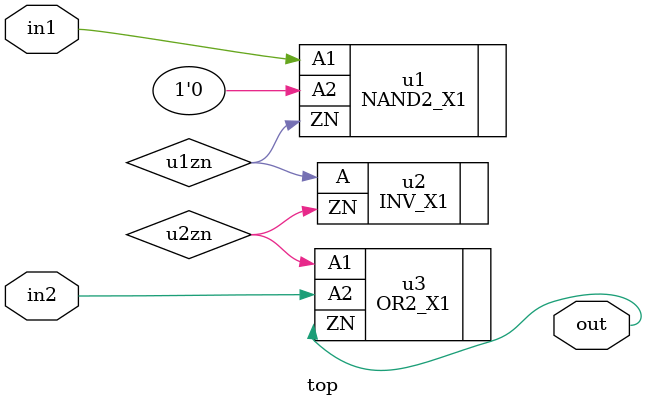
<source format=v>
module top (in1, in2, out);
  input in1, in2;
  output out;
  wire u1zn, u2zn;

  NAND2_X1 u1 (.A1(in1), .A2(1'b0), .ZN(u1zn));
  INV_X1 u2 (.A(u1zn), .ZN(u2zn));
  OR2_X1 u3 (.A1(u2zn), .A2(in2), .ZN(out));
endmodule // top

</source>
